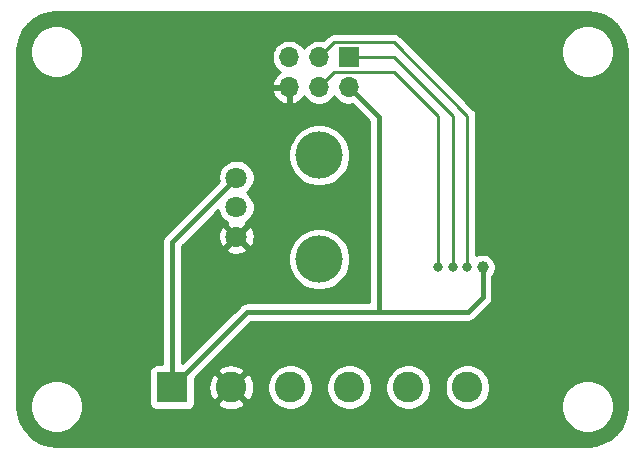
<source format=gbr>
%TF.GenerationSoftware,KiCad,Pcbnew,5.1.9-73d0e3b20d~88~ubuntu20.04.1*%
%TF.CreationDate,2021-04-09T22:55:46+02:00*%
%TF.ProjectId,hardware,68617264-7761-4726-952e-6b696361645f,rev?*%
%TF.SameCoordinates,Original*%
%TF.FileFunction,Copper,L2,Bot*%
%TF.FilePolarity,Positive*%
%FSLAX46Y46*%
G04 Gerber Fmt 4.6, Leading zero omitted, Abs format (unit mm)*
G04 Created by KiCad (PCBNEW 5.1.9-73d0e3b20d~88~ubuntu20.04.1) date 2021-04-09 22:55:46*
%MOMM*%
%LPD*%
G01*
G04 APERTURE LIST*
%TA.AperFunction,ComponentPad*%
%ADD10R,2.600000X2.600000*%
%TD*%
%TA.AperFunction,ComponentPad*%
%ADD11C,2.600000*%
%TD*%
%TA.AperFunction,ComponentPad*%
%ADD12R,1.700000X1.700000*%
%TD*%
%TA.AperFunction,ComponentPad*%
%ADD13O,1.700000X1.700000*%
%TD*%
%TA.AperFunction,WasherPad*%
%ADD14C,4.000000*%
%TD*%
%TA.AperFunction,ComponentPad*%
%ADD15C,1.800000*%
%TD*%
%TA.AperFunction,ViaPad*%
%ADD16C,0.800000*%
%TD*%
%TA.AperFunction,ViaPad*%
%ADD17C,1.000000*%
%TD*%
%TA.AperFunction,Conductor*%
%ADD18C,0.400000*%
%TD*%
%TA.AperFunction,Conductor*%
%ADD19C,0.250000*%
%TD*%
%TA.AperFunction,Conductor*%
%ADD20C,0.254000*%
%TD*%
%TA.AperFunction,Conductor*%
%ADD21C,0.100000*%
%TD*%
G04 APERTURE END LIST*
D10*
%TO.P,J1,1*%
%TO.N,+5V*%
X82804000Y-152400000D03*
D11*
%TO.P,J1,2*%
%TO.N,GND*%
X87804000Y-152400000D03*
%TO.P,J1,3*%
%TO.N,PWM*%
X92804000Y-152400000D03*
%TO.P,J1,4*%
%TO.N,PB0*%
X97804000Y-152400000D03*
%TO.P,J1,5*%
%TO.N,PB1*%
X102804000Y-152400000D03*
%TO.P,J1,6*%
%TO.N,PB2*%
X107804000Y-152400000D03*
%TD*%
D12*
%TO.P,J2,1*%
%TO.N,PB1*%
X97790000Y-124460000D03*
D13*
%TO.P,J2,2*%
%TO.N,+5V*%
X97790000Y-127000000D03*
%TO.P,J2,3*%
%TO.N,PB2*%
X95250000Y-124460000D03*
%TO.P,J2,4*%
%TO.N,PB0*%
X95250000Y-127000000D03*
%TO.P,J2,5*%
%TO.N,nRST*%
X92710000Y-124460000D03*
%TO.P,J2,6*%
%TO.N,GND*%
X92710000Y-127000000D03*
%TD*%
D14*
%TO.P,RV1,*%
%TO.N,*%
X95250000Y-141560000D03*
X95250000Y-132760000D03*
D15*
%TO.P,RV1,1*%
%TO.N,GND*%
X88250000Y-139660000D03*
%TO.P,RV1,2*%
%TO.N,POT*%
X88250000Y-137160000D03*
%TO.P,RV1,3*%
%TO.N,+5V*%
X88250000Y-134660000D03*
%TD*%
D16*
%TO.N,GND*%
X111760000Y-130810000D03*
X111887000Y-146050000D03*
D17*
%TO.N,+5V*%
X109093000Y-142240000D03*
D16*
%TO.N,PB2*%
X107804000Y-142259000D03*
%TO.N,PB1*%
X106553000Y-142240000D03*
%TO.N,PB0*%
X105283000Y-142240000D03*
%TD*%
D18*
%TO.N,+5V*%
X109093000Y-142240000D02*
X109093000Y-144780000D01*
X109093000Y-144780000D02*
X107823000Y-146050000D01*
X89154000Y-146050000D02*
X82804000Y-152400000D01*
X97790000Y-127000000D02*
X100330000Y-129540000D01*
X100330000Y-129540000D02*
X100330000Y-146050000D01*
X100330000Y-146050000D02*
X89154000Y-146050000D01*
X107823000Y-146050000D02*
X100330000Y-146050000D01*
D19*
%TO.N,PB2*%
X107804000Y-142259000D02*
X107804000Y-129394000D01*
X107804000Y-129394000D02*
X101600000Y-123190000D01*
X96520000Y-123190000D02*
X95250000Y-124460000D01*
X101600000Y-123190000D02*
X96520000Y-123190000D01*
%TO.N,PB1*%
X106553000Y-142240000D02*
X106553000Y-129413000D01*
X101600000Y-124460000D02*
X97790000Y-124460000D01*
X106553000Y-129413000D02*
X101600000Y-124460000D01*
%TO.N,PB0*%
X96520000Y-125730000D02*
X95250000Y-127000000D01*
X101600000Y-125730000D02*
X96520000Y-125730000D01*
X105283000Y-129413000D02*
X101600000Y-125730000D01*
X105283000Y-142240000D02*
X105283000Y-129413000D01*
D18*
%TO.N,+5V*%
X82804000Y-140106000D02*
X88250000Y-134660000D01*
X82804000Y-152400000D02*
X82804000Y-140106000D01*
%TD*%
D20*
%TO.N,GND*%
X118648126Y-120726714D02*
X119271572Y-120914943D01*
X119846579Y-121220681D01*
X120351247Y-121632279D01*
X120766362Y-122134067D01*
X121076105Y-122706924D01*
X121268682Y-123329039D01*
X121340001Y-124007594D01*
X121340000Y-153967721D01*
X121273286Y-154648126D01*
X121085057Y-155271570D01*
X120779323Y-155846573D01*
X120367721Y-156351248D01*
X119865933Y-156766362D01*
X119293077Y-157076104D01*
X118670961Y-157268682D01*
X117992417Y-157340000D01*
X73032279Y-157340000D01*
X72351874Y-157273286D01*
X71728430Y-157085057D01*
X71153427Y-156779323D01*
X70648752Y-156367721D01*
X70233638Y-155865933D01*
X69923896Y-155293077D01*
X69731318Y-154670961D01*
X69660000Y-153992417D01*
X69660000Y-153779872D01*
X70765000Y-153779872D01*
X70765000Y-154220128D01*
X70850890Y-154651925D01*
X71019369Y-155058669D01*
X71263962Y-155424729D01*
X71575271Y-155736038D01*
X71941331Y-155980631D01*
X72348075Y-156149110D01*
X72779872Y-156235000D01*
X73220128Y-156235000D01*
X73651925Y-156149110D01*
X74058669Y-155980631D01*
X74424729Y-155736038D01*
X74736038Y-155424729D01*
X74980631Y-155058669D01*
X75149110Y-154651925D01*
X75235000Y-154220128D01*
X75235000Y-153779872D01*
X75149110Y-153348075D01*
X74980631Y-152941331D01*
X74736038Y-152575271D01*
X74424729Y-152263962D01*
X74058669Y-152019369D01*
X73651925Y-151850890D01*
X73220128Y-151765000D01*
X72779872Y-151765000D01*
X72348075Y-151850890D01*
X71941331Y-152019369D01*
X71575271Y-152263962D01*
X71263962Y-152575271D01*
X71019369Y-152941331D01*
X70850890Y-153348075D01*
X70765000Y-153779872D01*
X69660000Y-153779872D01*
X69660000Y-151100000D01*
X80865928Y-151100000D01*
X80865928Y-153700000D01*
X80878188Y-153824482D01*
X80914498Y-153944180D01*
X80973463Y-154054494D01*
X81052815Y-154151185D01*
X81149506Y-154230537D01*
X81259820Y-154289502D01*
X81379518Y-154325812D01*
X81504000Y-154338072D01*
X84104000Y-154338072D01*
X84228482Y-154325812D01*
X84348180Y-154289502D01*
X84458494Y-154230537D01*
X84555185Y-154151185D01*
X84634537Y-154054494D01*
X84693502Y-153944180D01*
X84729812Y-153824482D01*
X84737224Y-153749224D01*
X86634381Y-153749224D01*
X86766317Y-154044312D01*
X87107045Y-154215159D01*
X87474557Y-154316250D01*
X87854729Y-154343701D01*
X88232951Y-154296457D01*
X88594690Y-154176333D01*
X88841683Y-154044312D01*
X88973619Y-153749224D01*
X87804000Y-152579605D01*
X86634381Y-153749224D01*
X84737224Y-153749224D01*
X84742072Y-153700000D01*
X84742072Y-152450729D01*
X85860299Y-152450729D01*
X85907543Y-152828951D01*
X86027667Y-153190690D01*
X86159688Y-153437683D01*
X86454776Y-153569619D01*
X87624395Y-152400000D01*
X87983605Y-152400000D01*
X89153224Y-153569619D01*
X89448312Y-153437683D01*
X89619159Y-153096955D01*
X89720250Y-152729443D01*
X89747701Y-152349271D01*
X89730232Y-152209419D01*
X90869000Y-152209419D01*
X90869000Y-152590581D01*
X90943361Y-152964419D01*
X91089225Y-153316566D01*
X91300987Y-153633491D01*
X91570509Y-153903013D01*
X91887434Y-154114775D01*
X92239581Y-154260639D01*
X92613419Y-154335000D01*
X92994581Y-154335000D01*
X93368419Y-154260639D01*
X93720566Y-154114775D01*
X94037491Y-153903013D01*
X94307013Y-153633491D01*
X94518775Y-153316566D01*
X94664639Y-152964419D01*
X94739000Y-152590581D01*
X94739000Y-152209419D01*
X95869000Y-152209419D01*
X95869000Y-152590581D01*
X95943361Y-152964419D01*
X96089225Y-153316566D01*
X96300987Y-153633491D01*
X96570509Y-153903013D01*
X96887434Y-154114775D01*
X97239581Y-154260639D01*
X97613419Y-154335000D01*
X97994581Y-154335000D01*
X98368419Y-154260639D01*
X98720566Y-154114775D01*
X99037491Y-153903013D01*
X99307013Y-153633491D01*
X99518775Y-153316566D01*
X99664639Y-152964419D01*
X99739000Y-152590581D01*
X99739000Y-152209419D01*
X100869000Y-152209419D01*
X100869000Y-152590581D01*
X100943361Y-152964419D01*
X101089225Y-153316566D01*
X101300987Y-153633491D01*
X101570509Y-153903013D01*
X101887434Y-154114775D01*
X102239581Y-154260639D01*
X102613419Y-154335000D01*
X102994581Y-154335000D01*
X103368419Y-154260639D01*
X103720566Y-154114775D01*
X104037491Y-153903013D01*
X104307013Y-153633491D01*
X104518775Y-153316566D01*
X104664639Y-152964419D01*
X104739000Y-152590581D01*
X104739000Y-152209419D01*
X105869000Y-152209419D01*
X105869000Y-152590581D01*
X105943361Y-152964419D01*
X106089225Y-153316566D01*
X106300987Y-153633491D01*
X106570509Y-153903013D01*
X106887434Y-154114775D01*
X107239581Y-154260639D01*
X107613419Y-154335000D01*
X107994581Y-154335000D01*
X108368419Y-154260639D01*
X108720566Y-154114775D01*
X109037491Y-153903013D01*
X109160632Y-153779872D01*
X115765000Y-153779872D01*
X115765000Y-154220128D01*
X115850890Y-154651925D01*
X116019369Y-155058669D01*
X116263962Y-155424729D01*
X116575271Y-155736038D01*
X116941331Y-155980631D01*
X117348075Y-156149110D01*
X117779872Y-156235000D01*
X118220128Y-156235000D01*
X118651925Y-156149110D01*
X119058669Y-155980631D01*
X119424729Y-155736038D01*
X119736038Y-155424729D01*
X119980631Y-155058669D01*
X120149110Y-154651925D01*
X120235000Y-154220128D01*
X120235000Y-153779872D01*
X120149110Y-153348075D01*
X119980631Y-152941331D01*
X119736038Y-152575271D01*
X119424729Y-152263962D01*
X119058669Y-152019369D01*
X118651925Y-151850890D01*
X118220128Y-151765000D01*
X117779872Y-151765000D01*
X117348075Y-151850890D01*
X116941331Y-152019369D01*
X116575271Y-152263962D01*
X116263962Y-152575271D01*
X116019369Y-152941331D01*
X115850890Y-153348075D01*
X115765000Y-153779872D01*
X109160632Y-153779872D01*
X109307013Y-153633491D01*
X109518775Y-153316566D01*
X109664639Y-152964419D01*
X109739000Y-152590581D01*
X109739000Y-152209419D01*
X109664639Y-151835581D01*
X109518775Y-151483434D01*
X109307013Y-151166509D01*
X109037491Y-150896987D01*
X108720566Y-150685225D01*
X108368419Y-150539361D01*
X107994581Y-150465000D01*
X107613419Y-150465000D01*
X107239581Y-150539361D01*
X106887434Y-150685225D01*
X106570509Y-150896987D01*
X106300987Y-151166509D01*
X106089225Y-151483434D01*
X105943361Y-151835581D01*
X105869000Y-152209419D01*
X104739000Y-152209419D01*
X104664639Y-151835581D01*
X104518775Y-151483434D01*
X104307013Y-151166509D01*
X104037491Y-150896987D01*
X103720566Y-150685225D01*
X103368419Y-150539361D01*
X102994581Y-150465000D01*
X102613419Y-150465000D01*
X102239581Y-150539361D01*
X101887434Y-150685225D01*
X101570509Y-150896987D01*
X101300987Y-151166509D01*
X101089225Y-151483434D01*
X100943361Y-151835581D01*
X100869000Y-152209419D01*
X99739000Y-152209419D01*
X99664639Y-151835581D01*
X99518775Y-151483434D01*
X99307013Y-151166509D01*
X99037491Y-150896987D01*
X98720566Y-150685225D01*
X98368419Y-150539361D01*
X97994581Y-150465000D01*
X97613419Y-150465000D01*
X97239581Y-150539361D01*
X96887434Y-150685225D01*
X96570509Y-150896987D01*
X96300987Y-151166509D01*
X96089225Y-151483434D01*
X95943361Y-151835581D01*
X95869000Y-152209419D01*
X94739000Y-152209419D01*
X94664639Y-151835581D01*
X94518775Y-151483434D01*
X94307013Y-151166509D01*
X94037491Y-150896987D01*
X93720566Y-150685225D01*
X93368419Y-150539361D01*
X92994581Y-150465000D01*
X92613419Y-150465000D01*
X92239581Y-150539361D01*
X91887434Y-150685225D01*
X91570509Y-150896987D01*
X91300987Y-151166509D01*
X91089225Y-151483434D01*
X90943361Y-151835581D01*
X90869000Y-152209419D01*
X89730232Y-152209419D01*
X89700457Y-151971049D01*
X89580333Y-151609310D01*
X89448312Y-151362317D01*
X89153224Y-151230381D01*
X87983605Y-152400000D01*
X87624395Y-152400000D01*
X86454776Y-151230381D01*
X86159688Y-151362317D01*
X85988841Y-151703045D01*
X85887750Y-152070557D01*
X85860299Y-152450729D01*
X84742072Y-152450729D01*
X84742072Y-151642795D01*
X85334091Y-151050776D01*
X86634381Y-151050776D01*
X87804000Y-152220395D01*
X88973619Y-151050776D01*
X88841683Y-150755688D01*
X88500955Y-150584841D01*
X88133443Y-150483750D01*
X87753271Y-150456299D01*
X87375049Y-150503543D01*
X87013310Y-150623667D01*
X86766317Y-150755688D01*
X86634381Y-151050776D01*
X85334091Y-151050776D01*
X89499868Y-146885000D01*
X100288982Y-146885000D01*
X100330000Y-146889040D01*
X100371019Y-146885000D01*
X107781982Y-146885000D01*
X107823000Y-146889040D01*
X107864018Y-146885000D01*
X107864019Y-146885000D01*
X107986689Y-146872918D01*
X108144087Y-146825172D01*
X108289146Y-146747636D01*
X108416291Y-146643291D01*
X108442446Y-146611421D01*
X109654426Y-145399442D01*
X109686291Y-145373291D01*
X109790636Y-145246146D01*
X109868172Y-145101087D01*
X109915918Y-144943689D01*
X109928000Y-144821019D01*
X109928000Y-144821017D01*
X109932040Y-144780001D01*
X109928000Y-144738985D01*
X109928000Y-143010132D01*
X109974612Y-142963520D01*
X110098824Y-142777624D01*
X110184383Y-142571067D01*
X110228000Y-142351788D01*
X110228000Y-142128212D01*
X110184383Y-141908933D01*
X110098824Y-141702376D01*
X109974612Y-141516480D01*
X109816520Y-141358388D01*
X109630624Y-141234176D01*
X109424067Y-141148617D01*
X109204788Y-141105000D01*
X108981212Y-141105000D01*
X108761933Y-141148617D01*
X108564000Y-141230604D01*
X108564000Y-129431323D01*
X108567676Y-129394000D01*
X108564000Y-129356677D01*
X108564000Y-129356667D01*
X108553003Y-129245014D01*
X108509546Y-129101753D01*
X108494634Y-129073855D01*
X108438974Y-128969723D01*
X108367799Y-128882997D01*
X108344001Y-128853999D01*
X108315003Y-128830201D01*
X103264674Y-123779872D01*
X115765000Y-123779872D01*
X115765000Y-124220128D01*
X115850890Y-124651925D01*
X116019369Y-125058669D01*
X116263962Y-125424729D01*
X116575271Y-125736038D01*
X116941331Y-125980631D01*
X117348075Y-126149110D01*
X117779872Y-126235000D01*
X118220128Y-126235000D01*
X118651925Y-126149110D01*
X119058669Y-125980631D01*
X119424729Y-125736038D01*
X119736038Y-125424729D01*
X119980631Y-125058669D01*
X120149110Y-124651925D01*
X120235000Y-124220128D01*
X120235000Y-123779872D01*
X120149110Y-123348075D01*
X119980631Y-122941331D01*
X119736038Y-122575271D01*
X119424729Y-122263962D01*
X119058669Y-122019369D01*
X118651925Y-121850890D01*
X118220128Y-121765000D01*
X117779872Y-121765000D01*
X117348075Y-121850890D01*
X116941331Y-122019369D01*
X116575271Y-122263962D01*
X116263962Y-122575271D01*
X116019369Y-122941331D01*
X115850890Y-123348075D01*
X115765000Y-123779872D01*
X103264674Y-123779872D01*
X102163804Y-122679003D01*
X102140001Y-122649999D01*
X102024276Y-122555026D01*
X101892247Y-122484454D01*
X101748986Y-122440997D01*
X101637333Y-122430000D01*
X101637322Y-122430000D01*
X101600000Y-122426324D01*
X101562678Y-122430000D01*
X96557322Y-122430000D01*
X96519999Y-122426324D01*
X96482676Y-122430000D01*
X96482667Y-122430000D01*
X96371014Y-122440997D01*
X96227753Y-122484454D01*
X96095724Y-122555026D01*
X95979999Y-122649999D01*
X95956201Y-122678997D01*
X95616408Y-123018790D01*
X95396260Y-122975000D01*
X95103740Y-122975000D01*
X94816842Y-123032068D01*
X94546589Y-123144010D01*
X94303368Y-123306525D01*
X94096525Y-123513368D01*
X93980000Y-123687760D01*
X93863475Y-123513368D01*
X93656632Y-123306525D01*
X93413411Y-123144010D01*
X93143158Y-123032068D01*
X92856260Y-122975000D01*
X92563740Y-122975000D01*
X92276842Y-123032068D01*
X92006589Y-123144010D01*
X91763368Y-123306525D01*
X91556525Y-123513368D01*
X91394010Y-123756589D01*
X91282068Y-124026842D01*
X91225000Y-124313740D01*
X91225000Y-124606260D01*
X91282068Y-124893158D01*
X91394010Y-125163411D01*
X91556525Y-125406632D01*
X91763368Y-125613475D01*
X91939406Y-125731100D01*
X91709731Y-125902412D01*
X91514822Y-126118645D01*
X91365843Y-126368748D01*
X91268519Y-126643109D01*
X91389186Y-126873000D01*
X92583000Y-126873000D01*
X92583000Y-126853000D01*
X92837000Y-126853000D01*
X92837000Y-126873000D01*
X92857000Y-126873000D01*
X92857000Y-127127000D01*
X92837000Y-127127000D01*
X92837000Y-128320155D01*
X93066890Y-128441476D01*
X93214099Y-128396825D01*
X93476920Y-128271641D01*
X93710269Y-128097588D01*
X93905178Y-127881355D01*
X93974805Y-127764466D01*
X94096525Y-127946632D01*
X94303368Y-128153475D01*
X94546589Y-128315990D01*
X94816842Y-128427932D01*
X95103740Y-128485000D01*
X95396260Y-128485000D01*
X95683158Y-128427932D01*
X95953411Y-128315990D01*
X96196632Y-128153475D01*
X96403475Y-127946632D01*
X96520000Y-127772240D01*
X96636525Y-127946632D01*
X96843368Y-128153475D01*
X97086589Y-128315990D01*
X97356842Y-128427932D01*
X97643740Y-128485000D01*
X97936260Y-128485000D01*
X98067940Y-128458807D01*
X99495000Y-129885868D01*
X99495001Y-145215000D01*
X89195018Y-145215000D01*
X89153999Y-145210960D01*
X89112981Y-145215000D01*
X88990311Y-145227082D01*
X88832913Y-145274828D01*
X88687854Y-145352364D01*
X88560709Y-145456709D01*
X88534561Y-145488571D01*
X83639000Y-150384133D01*
X83639000Y-141300475D01*
X92615000Y-141300475D01*
X92615000Y-141819525D01*
X92716261Y-142328601D01*
X92914893Y-142808141D01*
X93203262Y-143239715D01*
X93570285Y-143606738D01*
X94001859Y-143895107D01*
X94481399Y-144093739D01*
X94990475Y-144195000D01*
X95509525Y-144195000D01*
X96018601Y-144093739D01*
X96498141Y-143895107D01*
X96929715Y-143606738D01*
X97296738Y-143239715D01*
X97585107Y-142808141D01*
X97783739Y-142328601D01*
X97885000Y-141819525D01*
X97885000Y-141300475D01*
X97783739Y-140791399D01*
X97585107Y-140311859D01*
X97296738Y-139880285D01*
X96929715Y-139513262D01*
X96498141Y-139224893D01*
X96018601Y-139026261D01*
X95509525Y-138925000D01*
X94990475Y-138925000D01*
X94481399Y-139026261D01*
X94001859Y-139224893D01*
X93570285Y-139513262D01*
X93203262Y-139880285D01*
X92914893Y-140311859D01*
X92716261Y-140791399D01*
X92615000Y-141300475D01*
X83639000Y-141300475D01*
X83639000Y-140724080D01*
X87365525Y-140724080D01*
X87449208Y-140978261D01*
X87721775Y-141109158D01*
X88014642Y-141184365D01*
X88316553Y-141200991D01*
X88615907Y-141158397D01*
X88901199Y-141058222D01*
X89050792Y-140978261D01*
X89134475Y-140724080D01*
X88250000Y-139839605D01*
X87365525Y-140724080D01*
X83639000Y-140724080D01*
X83639000Y-140451867D01*
X84364314Y-139726553D01*
X86709009Y-139726553D01*
X86751603Y-140025907D01*
X86851778Y-140311199D01*
X86931739Y-140460792D01*
X87185920Y-140544475D01*
X88070395Y-139660000D01*
X88429605Y-139660000D01*
X89314080Y-140544475D01*
X89568261Y-140460792D01*
X89699158Y-140188225D01*
X89774365Y-139895358D01*
X89790991Y-139593447D01*
X89748397Y-139294093D01*
X89648222Y-139008801D01*
X89568261Y-138859208D01*
X89314080Y-138775525D01*
X88429605Y-139660000D01*
X88070395Y-139660000D01*
X87185920Y-138775525D01*
X86931739Y-138859208D01*
X86800842Y-139131775D01*
X86725635Y-139424642D01*
X86709009Y-139726553D01*
X84364314Y-139726553D01*
X86725732Y-137365136D01*
X86773989Y-137607743D01*
X86889701Y-137887095D01*
X87057688Y-138138505D01*
X87271495Y-138352312D01*
X87414310Y-138447738D01*
X87365525Y-138595920D01*
X88250000Y-139480395D01*
X89134475Y-138595920D01*
X89085690Y-138447738D01*
X89228505Y-138352312D01*
X89442312Y-138138505D01*
X89610299Y-137887095D01*
X89726011Y-137607743D01*
X89785000Y-137311184D01*
X89785000Y-137008816D01*
X89726011Y-136712257D01*
X89610299Y-136432905D01*
X89442312Y-136181495D01*
X89228505Y-135967688D01*
X89142169Y-135910000D01*
X89228505Y-135852312D01*
X89442312Y-135638505D01*
X89610299Y-135387095D01*
X89726011Y-135107743D01*
X89785000Y-134811184D01*
X89785000Y-134508816D01*
X89726011Y-134212257D01*
X89610299Y-133932905D01*
X89442312Y-133681495D01*
X89228505Y-133467688D01*
X88977095Y-133299701D01*
X88697743Y-133183989D01*
X88401184Y-133125000D01*
X88098816Y-133125000D01*
X87802257Y-133183989D01*
X87522905Y-133299701D01*
X87271495Y-133467688D01*
X87057688Y-133681495D01*
X86889701Y-133932905D01*
X86773989Y-134212257D01*
X86715000Y-134508816D01*
X86715000Y-134811184D01*
X86748671Y-134980461D01*
X82242574Y-139486559D01*
X82210710Y-139512709D01*
X82184562Y-139544571D01*
X82106364Y-139639855D01*
X82028828Y-139784914D01*
X81981082Y-139942312D01*
X81964960Y-140106000D01*
X81969001Y-140147029D01*
X81969000Y-150461928D01*
X81504000Y-150461928D01*
X81379518Y-150474188D01*
X81259820Y-150510498D01*
X81149506Y-150569463D01*
X81052815Y-150648815D01*
X80973463Y-150745506D01*
X80914498Y-150855820D01*
X80878188Y-150975518D01*
X80865928Y-151100000D01*
X69660000Y-151100000D01*
X69660000Y-132500475D01*
X92615000Y-132500475D01*
X92615000Y-133019525D01*
X92716261Y-133528601D01*
X92914893Y-134008141D01*
X93203262Y-134439715D01*
X93570285Y-134806738D01*
X94001859Y-135095107D01*
X94481399Y-135293739D01*
X94990475Y-135395000D01*
X95509525Y-135395000D01*
X96018601Y-135293739D01*
X96498141Y-135095107D01*
X96929715Y-134806738D01*
X97296738Y-134439715D01*
X97585107Y-134008141D01*
X97783739Y-133528601D01*
X97885000Y-133019525D01*
X97885000Y-132500475D01*
X97783739Y-131991399D01*
X97585107Y-131511859D01*
X97296738Y-131080285D01*
X96929715Y-130713262D01*
X96498141Y-130424893D01*
X96018601Y-130226261D01*
X95509525Y-130125000D01*
X94990475Y-130125000D01*
X94481399Y-130226261D01*
X94001859Y-130424893D01*
X93570285Y-130713262D01*
X93203262Y-131080285D01*
X92914893Y-131511859D01*
X92716261Y-131991399D01*
X92615000Y-132500475D01*
X69660000Y-132500475D01*
X69660000Y-127356891D01*
X91268519Y-127356891D01*
X91365843Y-127631252D01*
X91514822Y-127881355D01*
X91709731Y-128097588D01*
X91943080Y-128271641D01*
X92205901Y-128396825D01*
X92353110Y-128441476D01*
X92583000Y-128320155D01*
X92583000Y-127127000D01*
X91389186Y-127127000D01*
X91268519Y-127356891D01*
X69660000Y-127356891D01*
X69660000Y-124032278D01*
X69684748Y-123779872D01*
X70765000Y-123779872D01*
X70765000Y-124220128D01*
X70850890Y-124651925D01*
X71019369Y-125058669D01*
X71263962Y-125424729D01*
X71575271Y-125736038D01*
X71941331Y-125980631D01*
X72348075Y-126149110D01*
X72779872Y-126235000D01*
X73220128Y-126235000D01*
X73651925Y-126149110D01*
X74058669Y-125980631D01*
X74424729Y-125736038D01*
X74736038Y-125424729D01*
X74980631Y-125058669D01*
X75149110Y-124651925D01*
X75235000Y-124220128D01*
X75235000Y-123779872D01*
X75149110Y-123348075D01*
X74980631Y-122941331D01*
X74736038Y-122575271D01*
X74424729Y-122263962D01*
X74058669Y-122019369D01*
X73651925Y-121850890D01*
X73220128Y-121765000D01*
X72779872Y-121765000D01*
X72348075Y-121850890D01*
X71941331Y-122019369D01*
X71575271Y-122263962D01*
X71263962Y-122575271D01*
X71019369Y-122941331D01*
X70850890Y-123348075D01*
X70765000Y-123779872D01*
X69684748Y-123779872D01*
X69726714Y-123351874D01*
X69914943Y-122728428D01*
X70220681Y-122153421D01*
X70632279Y-121648753D01*
X71134067Y-121233638D01*
X71706924Y-120923895D01*
X72329039Y-120731318D01*
X73007584Y-120660000D01*
X117967722Y-120660000D01*
X118648126Y-120726714D01*
%TA.AperFunction,Conductor*%
D21*
G36*
X118648126Y-120726714D02*
G01*
X119271572Y-120914943D01*
X119846579Y-121220681D01*
X120351247Y-121632279D01*
X120766362Y-122134067D01*
X121076105Y-122706924D01*
X121268682Y-123329039D01*
X121340001Y-124007594D01*
X121340000Y-153967721D01*
X121273286Y-154648126D01*
X121085057Y-155271570D01*
X120779323Y-155846573D01*
X120367721Y-156351248D01*
X119865933Y-156766362D01*
X119293077Y-157076104D01*
X118670961Y-157268682D01*
X117992417Y-157340000D01*
X73032279Y-157340000D01*
X72351874Y-157273286D01*
X71728430Y-157085057D01*
X71153427Y-156779323D01*
X70648752Y-156367721D01*
X70233638Y-155865933D01*
X69923896Y-155293077D01*
X69731318Y-154670961D01*
X69660000Y-153992417D01*
X69660000Y-153779872D01*
X70765000Y-153779872D01*
X70765000Y-154220128D01*
X70850890Y-154651925D01*
X71019369Y-155058669D01*
X71263962Y-155424729D01*
X71575271Y-155736038D01*
X71941331Y-155980631D01*
X72348075Y-156149110D01*
X72779872Y-156235000D01*
X73220128Y-156235000D01*
X73651925Y-156149110D01*
X74058669Y-155980631D01*
X74424729Y-155736038D01*
X74736038Y-155424729D01*
X74980631Y-155058669D01*
X75149110Y-154651925D01*
X75235000Y-154220128D01*
X75235000Y-153779872D01*
X75149110Y-153348075D01*
X74980631Y-152941331D01*
X74736038Y-152575271D01*
X74424729Y-152263962D01*
X74058669Y-152019369D01*
X73651925Y-151850890D01*
X73220128Y-151765000D01*
X72779872Y-151765000D01*
X72348075Y-151850890D01*
X71941331Y-152019369D01*
X71575271Y-152263962D01*
X71263962Y-152575271D01*
X71019369Y-152941331D01*
X70850890Y-153348075D01*
X70765000Y-153779872D01*
X69660000Y-153779872D01*
X69660000Y-151100000D01*
X80865928Y-151100000D01*
X80865928Y-153700000D01*
X80878188Y-153824482D01*
X80914498Y-153944180D01*
X80973463Y-154054494D01*
X81052815Y-154151185D01*
X81149506Y-154230537D01*
X81259820Y-154289502D01*
X81379518Y-154325812D01*
X81504000Y-154338072D01*
X84104000Y-154338072D01*
X84228482Y-154325812D01*
X84348180Y-154289502D01*
X84458494Y-154230537D01*
X84555185Y-154151185D01*
X84634537Y-154054494D01*
X84693502Y-153944180D01*
X84729812Y-153824482D01*
X84737224Y-153749224D01*
X86634381Y-153749224D01*
X86766317Y-154044312D01*
X87107045Y-154215159D01*
X87474557Y-154316250D01*
X87854729Y-154343701D01*
X88232951Y-154296457D01*
X88594690Y-154176333D01*
X88841683Y-154044312D01*
X88973619Y-153749224D01*
X87804000Y-152579605D01*
X86634381Y-153749224D01*
X84737224Y-153749224D01*
X84742072Y-153700000D01*
X84742072Y-152450729D01*
X85860299Y-152450729D01*
X85907543Y-152828951D01*
X86027667Y-153190690D01*
X86159688Y-153437683D01*
X86454776Y-153569619D01*
X87624395Y-152400000D01*
X87983605Y-152400000D01*
X89153224Y-153569619D01*
X89448312Y-153437683D01*
X89619159Y-153096955D01*
X89720250Y-152729443D01*
X89747701Y-152349271D01*
X89730232Y-152209419D01*
X90869000Y-152209419D01*
X90869000Y-152590581D01*
X90943361Y-152964419D01*
X91089225Y-153316566D01*
X91300987Y-153633491D01*
X91570509Y-153903013D01*
X91887434Y-154114775D01*
X92239581Y-154260639D01*
X92613419Y-154335000D01*
X92994581Y-154335000D01*
X93368419Y-154260639D01*
X93720566Y-154114775D01*
X94037491Y-153903013D01*
X94307013Y-153633491D01*
X94518775Y-153316566D01*
X94664639Y-152964419D01*
X94739000Y-152590581D01*
X94739000Y-152209419D01*
X95869000Y-152209419D01*
X95869000Y-152590581D01*
X95943361Y-152964419D01*
X96089225Y-153316566D01*
X96300987Y-153633491D01*
X96570509Y-153903013D01*
X96887434Y-154114775D01*
X97239581Y-154260639D01*
X97613419Y-154335000D01*
X97994581Y-154335000D01*
X98368419Y-154260639D01*
X98720566Y-154114775D01*
X99037491Y-153903013D01*
X99307013Y-153633491D01*
X99518775Y-153316566D01*
X99664639Y-152964419D01*
X99739000Y-152590581D01*
X99739000Y-152209419D01*
X100869000Y-152209419D01*
X100869000Y-152590581D01*
X100943361Y-152964419D01*
X101089225Y-153316566D01*
X101300987Y-153633491D01*
X101570509Y-153903013D01*
X101887434Y-154114775D01*
X102239581Y-154260639D01*
X102613419Y-154335000D01*
X102994581Y-154335000D01*
X103368419Y-154260639D01*
X103720566Y-154114775D01*
X104037491Y-153903013D01*
X104307013Y-153633491D01*
X104518775Y-153316566D01*
X104664639Y-152964419D01*
X104739000Y-152590581D01*
X104739000Y-152209419D01*
X105869000Y-152209419D01*
X105869000Y-152590581D01*
X105943361Y-152964419D01*
X106089225Y-153316566D01*
X106300987Y-153633491D01*
X106570509Y-153903013D01*
X106887434Y-154114775D01*
X107239581Y-154260639D01*
X107613419Y-154335000D01*
X107994581Y-154335000D01*
X108368419Y-154260639D01*
X108720566Y-154114775D01*
X109037491Y-153903013D01*
X109160632Y-153779872D01*
X115765000Y-153779872D01*
X115765000Y-154220128D01*
X115850890Y-154651925D01*
X116019369Y-155058669D01*
X116263962Y-155424729D01*
X116575271Y-155736038D01*
X116941331Y-155980631D01*
X117348075Y-156149110D01*
X117779872Y-156235000D01*
X118220128Y-156235000D01*
X118651925Y-156149110D01*
X119058669Y-155980631D01*
X119424729Y-155736038D01*
X119736038Y-155424729D01*
X119980631Y-155058669D01*
X120149110Y-154651925D01*
X120235000Y-154220128D01*
X120235000Y-153779872D01*
X120149110Y-153348075D01*
X119980631Y-152941331D01*
X119736038Y-152575271D01*
X119424729Y-152263962D01*
X119058669Y-152019369D01*
X118651925Y-151850890D01*
X118220128Y-151765000D01*
X117779872Y-151765000D01*
X117348075Y-151850890D01*
X116941331Y-152019369D01*
X116575271Y-152263962D01*
X116263962Y-152575271D01*
X116019369Y-152941331D01*
X115850890Y-153348075D01*
X115765000Y-153779872D01*
X109160632Y-153779872D01*
X109307013Y-153633491D01*
X109518775Y-153316566D01*
X109664639Y-152964419D01*
X109739000Y-152590581D01*
X109739000Y-152209419D01*
X109664639Y-151835581D01*
X109518775Y-151483434D01*
X109307013Y-151166509D01*
X109037491Y-150896987D01*
X108720566Y-150685225D01*
X108368419Y-150539361D01*
X107994581Y-150465000D01*
X107613419Y-150465000D01*
X107239581Y-150539361D01*
X106887434Y-150685225D01*
X106570509Y-150896987D01*
X106300987Y-151166509D01*
X106089225Y-151483434D01*
X105943361Y-151835581D01*
X105869000Y-152209419D01*
X104739000Y-152209419D01*
X104664639Y-151835581D01*
X104518775Y-151483434D01*
X104307013Y-151166509D01*
X104037491Y-150896987D01*
X103720566Y-150685225D01*
X103368419Y-150539361D01*
X102994581Y-150465000D01*
X102613419Y-150465000D01*
X102239581Y-150539361D01*
X101887434Y-150685225D01*
X101570509Y-150896987D01*
X101300987Y-151166509D01*
X101089225Y-151483434D01*
X100943361Y-151835581D01*
X100869000Y-152209419D01*
X99739000Y-152209419D01*
X99664639Y-151835581D01*
X99518775Y-151483434D01*
X99307013Y-151166509D01*
X99037491Y-150896987D01*
X98720566Y-150685225D01*
X98368419Y-150539361D01*
X97994581Y-150465000D01*
X97613419Y-150465000D01*
X97239581Y-150539361D01*
X96887434Y-150685225D01*
X96570509Y-150896987D01*
X96300987Y-151166509D01*
X96089225Y-151483434D01*
X95943361Y-151835581D01*
X95869000Y-152209419D01*
X94739000Y-152209419D01*
X94664639Y-151835581D01*
X94518775Y-151483434D01*
X94307013Y-151166509D01*
X94037491Y-150896987D01*
X93720566Y-150685225D01*
X93368419Y-150539361D01*
X92994581Y-150465000D01*
X92613419Y-150465000D01*
X92239581Y-150539361D01*
X91887434Y-150685225D01*
X91570509Y-150896987D01*
X91300987Y-151166509D01*
X91089225Y-151483434D01*
X90943361Y-151835581D01*
X90869000Y-152209419D01*
X89730232Y-152209419D01*
X89700457Y-151971049D01*
X89580333Y-151609310D01*
X89448312Y-151362317D01*
X89153224Y-151230381D01*
X87983605Y-152400000D01*
X87624395Y-152400000D01*
X86454776Y-151230381D01*
X86159688Y-151362317D01*
X85988841Y-151703045D01*
X85887750Y-152070557D01*
X85860299Y-152450729D01*
X84742072Y-152450729D01*
X84742072Y-151642795D01*
X85334091Y-151050776D01*
X86634381Y-151050776D01*
X87804000Y-152220395D01*
X88973619Y-151050776D01*
X88841683Y-150755688D01*
X88500955Y-150584841D01*
X88133443Y-150483750D01*
X87753271Y-150456299D01*
X87375049Y-150503543D01*
X87013310Y-150623667D01*
X86766317Y-150755688D01*
X86634381Y-151050776D01*
X85334091Y-151050776D01*
X89499868Y-146885000D01*
X100288982Y-146885000D01*
X100330000Y-146889040D01*
X100371019Y-146885000D01*
X107781982Y-146885000D01*
X107823000Y-146889040D01*
X107864018Y-146885000D01*
X107864019Y-146885000D01*
X107986689Y-146872918D01*
X108144087Y-146825172D01*
X108289146Y-146747636D01*
X108416291Y-146643291D01*
X108442446Y-146611421D01*
X109654426Y-145399442D01*
X109686291Y-145373291D01*
X109790636Y-145246146D01*
X109868172Y-145101087D01*
X109915918Y-144943689D01*
X109928000Y-144821019D01*
X109928000Y-144821017D01*
X109932040Y-144780001D01*
X109928000Y-144738985D01*
X109928000Y-143010132D01*
X109974612Y-142963520D01*
X110098824Y-142777624D01*
X110184383Y-142571067D01*
X110228000Y-142351788D01*
X110228000Y-142128212D01*
X110184383Y-141908933D01*
X110098824Y-141702376D01*
X109974612Y-141516480D01*
X109816520Y-141358388D01*
X109630624Y-141234176D01*
X109424067Y-141148617D01*
X109204788Y-141105000D01*
X108981212Y-141105000D01*
X108761933Y-141148617D01*
X108564000Y-141230604D01*
X108564000Y-129431323D01*
X108567676Y-129394000D01*
X108564000Y-129356677D01*
X108564000Y-129356667D01*
X108553003Y-129245014D01*
X108509546Y-129101753D01*
X108494634Y-129073855D01*
X108438974Y-128969723D01*
X108367799Y-128882997D01*
X108344001Y-128853999D01*
X108315003Y-128830201D01*
X103264674Y-123779872D01*
X115765000Y-123779872D01*
X115765000Y-124220128D01*
X115850890Y-124651925D01*
X116019369Y-125058669D01*
X116263962Y-125424729D01*
X116575271Y-125736038D01*
X116941331Y-125980631D01*
X117348075Y-126149110D01*
X117779872Y-126235000D01*
X118220128Y-126235000D01*
X118651925Y-126149110D01*
X119058669Y-125980631D01*
X119424729Y-125736038D01*
X119736038Y-125424729D01*
X119980631Y-125058669D01*
X120149110Y-124651925D01*
X120235000Y-124220128D01*
X120235000Y-123779872D01*
X120149110Y-123348075D01*
X119980631Y-122941331D01*
X119736038Y-122575271D01*
X119424729Y-122263962D01*
X119058669Y-122019369D01*
X118651925Y-121850890D01*
X118220128Y-121765000D01*
X117779872Y-121765000D01*
X117348075Y-121850890D01*
X116941331Y-122019369D01*
X116575271Y-122263962D01*
X116263962Y-122575271D01*
X116019369Y-122941331D01*
X115850890Y-123348075D01*
X115765000Y-123779872D01*
X103264674Y-123779872D01*
X102163804Y-122679003D01*
X102140001Y-122649999D01*
X102024276Y-122555026D01*
X101892247Y-122484454D01*
X101748986Y-122440997D01*
X101637333Y-122430000D01*
X101637322Y-122430000D01*
X101600000Y-122426324D01*
X101562678Y-122430000D01*
X96557322Y-122430000D01*
X96519999Y-122426324D01*
X96482676Y-122430000D01*
X96482667Y-122430000D01*
X96371014Y-122440997D01*
X96227753Y-122484454D01*
X96095724Y-122555026D01*
X95979999Y-122649999D01*
X95956201Y-122678997D01*
X95616408Y-123018790D01*
X95396260Y-122975000D01*
X95103740Y-122975000D01*
X94816842Y-123032068D01*
X94546589Y-123144010D01*
X94303368Y-123306525D01*
X94096525Y-123513368D01*
X93980000Y-123687760D01*
X93863475Y-123513368D01*
X93656632Y-123306525D01*
X93413411Y-123144010D01*
X93143158Y-123032068D01*
X92856260Y-122975000D01*
X92563740Y-122975000D01*
X92276842Y-123032068D01*
X92006589Y-123144010D01*
X91763368Y-123306525D01*
X91556525Y-123513368D01*
X91394010Y-123756589D01*
X91282068Y-124026842D01*
X91225000Y-124313740D01*
X91225000Y-124606260D01*
X91282068Y-124893158D01*
X91394010Y-125163411D01*
X91556525Y-125406632D01*
X91763368Y-125613475D01*
X91939406Y-125731100D01*
X91709731Y-125902412D01*
X91514822Y-126118645D01*
X91365843Y-126368748D01*
X91268519Y-126643109D01*
X91389186Y-126873000D01*
X92583000Y-126873000D01*
X92583000Y-126853000D01*
X92837000Y-126853000D01*
X92837000Y-126873000D01*
X92857000Y-126873000D01*
X92857000Y-127127000D01*
X92837000Y-127127000D01*
X92837000Y-128320155D01*
X93066890Y-128441476D01*
X93214099Y-128396825D01*
X93476920Y-128271641D01*
X93710269Y-128097588D01*
X93905178Y-127881355D01*
X93974805Y-127764466D01*
X94096525Y-127946632D01*
X94303368Y-128153475D01*
X94546589Y-128315990D01*
X94816842Y-128427932D01*
X95103740Y-128485000D01*
X95396260Y-128485000D01*
X95683158Y-128427932D01*
X95953411Y-128315990D01*
X96196632Y-128153475D01*
X96403475Y-127946632D01*
X96520000Y-127772240D01*
X96636525Y-127946632D01*
X96843368Y-128153475D01*
X97086589Y-128315990D01*
X97356842Y-128427932D01*
X97643740Y-128485000D01*
X97936260Y-128485000D01*
X98067940Y-128458807D01*
X99495000Y-129885868D01*
X99495001Y-145215000D01*
X89195018Y-145215000D01*
X89153999Y-145210960D01*
X89112981Y-145215000D01*
X88990311Y-145227082D01*
X88832913Y-145274828D01*
X88687854Y-145352364D01*
X88560709Y-145456709D01*
X88534561Y-145488571D01*
X83639000Y-150384133D01*
X83639000Y-141300475D01*
X92615000Y-141300475D01*
X92615000Y-141819525D01*
X92716261Y-142328601D01*
X92914893Y-142808141D01*
X93203262Y-143239715D01*
X93570285Y-143606738D01*
X94001859Y-143895107D01*
X94481399Y-144093739D01*
X94990475Y-144195000D01*
X95509525Y-144195000D01*
X96018601Y-144093739D01*
X96498141Y-143895107D01*
X96929715Y-143606738D01*
X97296738Y-143239715D01*
X97585107Y-142808141D01*
X97783739Y-142328601D01*
X97885000Y-141819525D01*
X97885000Y-141300475D01*
X97783739Y-140791399D01*
X97585107Y-140311859D01*
X97296738Y-139880285D01*
X96929715Y-139513262D01*
X96498141Y-139224893D01*
X96018601Y-139026261D01*
X95509525Y-138925000D01*
X94990475Y-138925000D01*
X94481399Y-139026261D01*
X94001859Y-139224893D01*
X93570285Y-139513262D01*
X93203262Y-139880285D01*
X92914893Y-140311859D01*
X92716261Y-140791399D01*
X92615000Y-141300475D01*
X83639000Y-141300475D01*
X83639000Y-140724080D01*
X87365525Y-140724080D01*
X87449208Y-140978261D01*
X87721775Y-141109158D01*
X88014642Y-141184365D01*
X88316553Y-141200991D01*
X88615907Y-141158397D01*
X88901199Y-141058222D01*
X89050792Y-140978261D01*
X89134475Y-140724080D01*
X88250000Y-139839605D01*
X87365525Y-140724080D01*
X83639000Y-140724080D01*
X83639000Y-140451867D01*
X84364314Y-139726553D01*
X86709009Y-139726553D01*
X86751603Y-140025907D01*
X86851778Y-140311199D01*
X86931739Y-140460792D01*
X87185920Y-140544475D01*
X88070395Y-139660000D01*
X88429605Y-139660000D01*
X89314080Y-140544475D01*
X89568261Y-140460792D01*
X89699158Y-140188225D01*
X89774365Y-139895358D01*
X89790991Y-139593447D01*
X89748397Y-139294093D01*
X89648222Y-139008801D01*
X89568261Y-138859208D01*
X89314080Y-138775525D01*
X88429605Y-139660000D01*
X88070395Y-139660000D01*
X87185920Y-138775525D01*
X86931739Y-138859208D01*
X86800842Y-139131775D01*
X86725635Y-139424642D01*
X86709009Y-139726553D01*
X84364314Y-139726553D01*
X86725732Y-137365136D01*
X86773989Y-137607743D01*
X86889701Y-137887095D01*
X87057688Y-138138505D01*
X87271495Y-138352312D01*
X87414310Y-138447738D01*
X87365525Y-138595920D01*
X88250000Y-139480395D01*
X89134475Y-138595920D01*
X89085690Y-138447738D01*
X89228505Y-138352312D01*
X89442312Y-138138505D01*
X89610299Y-137887095D01*
X89726011Y-137607743D01*
X89785000Y-137311184D01*
X89785000Y-137008816D01*
X89726011Y-136712257D01*
X89610299Y-136432905D01*
X89442312Y-136181495D01*
X89228505Y-135967688D01*
X89142169Y-135910000D01*
X89228505Y-135852312D01*
X89442312Y-135638505D01*
X89610299Y-135387095D01*
X89726011Y-135107743D01*
X89785000Y-134811184D01*
X89785000Y-134508816D01*
X89726011Y-134212257D01*
X89610299Y-133932905D01*
X89442312Y-133681495D01*
X89228505Y-133467688D01*
X88977095Y-133299701D01*
X88697743Y-133183989D01*
X88401184Y-133125000D01*
X88098816Y-133125000D01*
X87802257Y-133183989D01*
X87522905Y-133299701D01*
X87271495Y-133467688D01*
X87057688Y-133681495D01*
X86889701Y-133932905D01*
X86773989Y-134212257D01*
X86715000Y-134508816D01*
X86715000Y-134811184D01*
X86748671Y-134980461D01*
X82242574Y-139486559D01*
X82210710Y-139512709D01*
X82184562Y-139544571D01*
X82106364Y-139639855D01*
X82028828Y-139784914D01*
X81981082Y-139942312D01*
X81964960Y-140106000D01*
X81969001Y-140147029D01*
X81969000Y-150461928D01*
X81504000Y-150461928D01*
X81379518Y-150474188D01*
X81259820Y-150510498D01*
X81149506Y-150569463D01*
X81052815Y-150648815D01*
X80973463Y-150745506D01*
X80914498Y-150855820D01*
X80878188Y-150975518D01*
X80865928Y-151100000D01*
X69660000Y-151100000D01*
X69660000Y-132500475D01*
X92615000Y-132500475D01*
X92615000Y-133019525D01*
X92716261Y-133528601D01*
X92914893Y-134008141D01*
X93203262Y-134439715D01*
X93570285Y-134806738D01*
X94001859Y-135095107D01*
X94481399Y-135293739D01*
X94990475Y-135395000D01*
X95509525Y-135395000D01*
X96018601Y-135293739D01*
X96498141Y-135095107D01*
X96929715Y-134806738D01*
X97296738Y-134439715D01*
X97585107Y-134008141D01*
X97783739Y-133528601D01*
X97885000Y-133019525D01*
X97885000Y-132500475D01*
X97783739Y-131991399D01*
X97585107Y-131511859D01*
X97296738Y-131080285D01*
X96929715Y-130713262D01*
X96498141Y-130424893D01*
X96018601Y-130226261D01*
X95509525Y-130125000D01*
X94990475Y-130125000D01*
X94481399Y-130226261D01*
X94001859Y-130424893D01*
X93570285Y-130713262D01*
X93203262Y-131080285D01*
X92914893Y-131511859D01*
X92716261Y-131991399D01*
X92615000Y-132500475D01*
X69660000Y-132500475D01*
X69660000Y-127356891D01*
X91268519Y-127356891D01*
X91365843Y-127631252D01*
X91514822Y-127881355D01*
X91709731Y-128097588D01*
X91943080Y-128271641D01*
X92205901Y-128396825D01*
X92353110Y-128441476D01*
X92583000Y-128320155D01*
X92583000Y-127127000D01*
X91389186Y-127127000D01*
X91268519Y-127356891D01*
X69660000Y-127356891D01*
X69660000Y-124032278D01*
X69684748Y-123779872D01*
X70765000Y-123779872D01*
X70765000Y-124220128D01*
X70850890Y-124651925D01*
X71019369Y-125058669D01*
X71263962Y-125424729D01*
X71575271Y-125736038D01*
X71941331Y-125980631D01*
X72348075Y-126149110D01*
X72779872Y-126235000D01*
X73220128Y-126235000D01*
X73651925Y-126149110D01*
X74058669Y-125980631D01*
X74424729Y-125736038D01*
X74736038Y-125424729D01*
X74980631Y-125058669D01*
X75149110Y-124651925D01*
X75235000Y-124220128D01*
X75235000Y-123779872D01*
X75149110Y-123348075D01*
X74980631Y-122941331D01*
X74736038Y-122575271D01*
X74424729Y-122263962D01*
X74058669Y-122019369D01*
X73651925Y-121850890D01*
X73220128Y-121765000D01*
X72779872Y-121765000D01*
X72348075Y-121850890D01*
X71941331Y-122019369D01*
X71575271Y-122263962D01*
X71263962Y-122575271D01*
X71019369Y-122941331D01*
X70850890Y-123348075D01*
X70765000Y-123779872D01*
X69684748Y-123779872D01*
X69726714Y-123351874D01*
X69914943Y-122728428D01*
X70220681Y-122153421D01*
X70632279Y-121648753D01*
X71134067Y-121233638D01*
X71706924Y-120923895D01*
X72329039Y-120731318D01*
X73007584Y-120660000D01*
X117967722Y-120660000D01*
X118648126Y-120726714D01*
G37*
%TD.AperFunction*%
%TD*%
M02*

</source>
